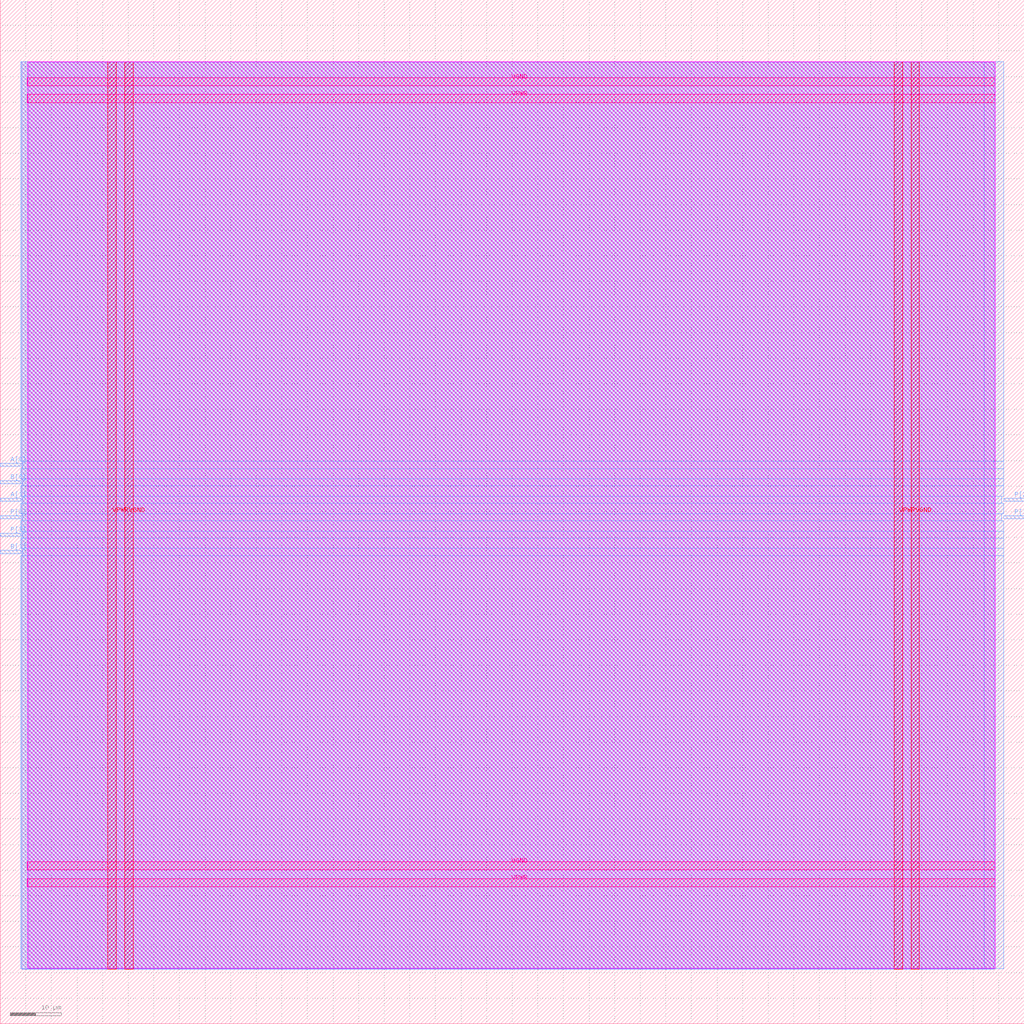
<source format=lef>
VERSION 5.7 ;
  NOWIREEXTENSIONATPIN ON ;
  DIVIDERCHAR "/" ;
  BUSBITCHARS "[]" ;
MACRO SARSA_WInd_e9
  CLASS BLOCK ;
  FOREIGN SARSA_WInd_e9 ;
  ORIGIN 0.000 0.000 ;
  SIZE 200.000 BY 200.000 ;
  PIN A[0]
    DIRECTION INPUT ;
    USE SIGNAL ;
    ANTENNAGATEAREA 0.196500 ;
    PORT
      LAYER met3 ;
        RECT 0.000 108.840 4.000 109.440 ;
    END
  END A[0]
  PIN A[1]
    DIRECTION INPUT ;
    USE SIGNAL ;
    ANTENNAGATEAREA 0.196500 ;
    PORT
      LAYER met3 ;
        RECT 0.000 102.040 4.000 102.640 ;
    END
  END A[1]
  PIN B[0]
    DIRECTION INPUT ;
    USE SIGNAL ;
    ANTENNAGATEAREA 0.196500 ;
    PORT
      LAYER met3 ;
        RECT 0.000 105.440 4.000 106.040 ;
    END
  END B[0]
  PIN B[1]
    DIRECTION INPUT ;
    USE SIGNAL ;
    ANTENNAGATEAREA 0.196500 ;
    PORT
      LAYER met3 ;
        RECT 0.000 91.840 4.000 92.440 ;
    END
  END B[1]
  PIN P[0]
    DIRECTION OUTPUT ;
    USE SIGNAL ;
    ANTENNADIFFAREA 0.445500 ;
    PORT
      LAYER met3 ;
        RECT 0.000 98.640 4.000 99.240 ;
    END
  END P[0]
  PIN P[1]
    DIRECTION OUTPUT ;
    USE SIGNAL ;
    ANTENNADIFFAREA 0.445500 ;
    PORT
      LAYER met3 ;
        RECT 196.000 98.640 200.000 99.240 ;
    END
  END P[1]
  PIN P[2]
    DIRECTION OUTPUT ;
    USE SIGNAL ;
    ANTENNADIFFAREA 0.445500 ;
    PORT
      LAYER met3 ;
        RECT 196.000 102.040 200.000 102.640 ;
    END
  END P[2]
  PIN P[3]
    DIRECTION OUTPUT ;
    USE SIGNAL ;
    ANTENNADIFFAREA 0.445500 ;
    PORT
      LAYER met3 ;
        RECT 0.000 95.240 4.000 95.840 ;
    END
  END P[3]
  PIN VGND
    DIRECTION INOUT ;
    USE GROUND ;
    PORT
      LAYER met4 ;
        RECT 24.340 10.640 25.940 187.920 ;
    END
    PORT
      LAYER met4 ;
        RECT 177.940 10.640 179.540 187.920 ;
    END
    PORT
      LAYER met5 ;
        RECT 5.280 30.030 194.360 31.630 ;
    END
    PORT
      LAYER met5 ;
        RECT 5.280 183.210 194.360 184.810 ;
    END
  END VGND
  PIN VPWR
    DIRECTION INOUT ;
    USE POWER ;
    PORT
      LAYER met4 ;
        RECT 21.040 10.640 22.640 187.920 ;
    END
    PORT
      LAYER met4 ;
        RECT 174.640 10.640 176.240 187.920 ;
    END
    PORT
      LAYER met5 ;
        RECT 5.280 26.730 194.360 28.330 ;
    END
    PORT
      LAYER met5 ;
        RECT 5.280 179.910 194.360 181.510 ;
    END
  END VPWR
  OBS
      LAYER nwell ;
        RECT 5.330 10.795 194.310 187.870 ;
      LAYER li1 ;
        RECT 5.520 10.795 194.120 187.765 ;
      LAYER met1 ;
        RECT 4.210 10.640 194.120 187.920 ;
      LAYER met2 ;
        RECT 4.230 10.695 192.190 187.865 ;
      LAYER met3 ;
        RECT 3.990 109.840 196.000 187.845 ;
        RECT 4.400 108.440 196.000 109.840 ;
        RECT 3.990 106.440 196.000 108.440 ;
        RECT 4.400 105.040 196.000 106.440 ;
        RECT 3.990 103.040 196.000 105.040 ;
        RECT 4.400 101.640 195.600 103.040 ;
        RECT 3.990 99.640 196.000 101.640 ;
        RECT 4.400 98.240 195.600 99.640 ;
        RECT 3.990 96.240 196.000 98.240 ;
        RECT 4.400 94.840 196.000 96.240 ;
        RECT 3.990 92.840 196.000 94.840 ;
        RECT 4.400 91.440 196.000 92.840 ;
        RECT 3.990 10.715 196.000 91.440 ;
  END
END SARSA_WInd_e9
END LIBRARY


</source>
